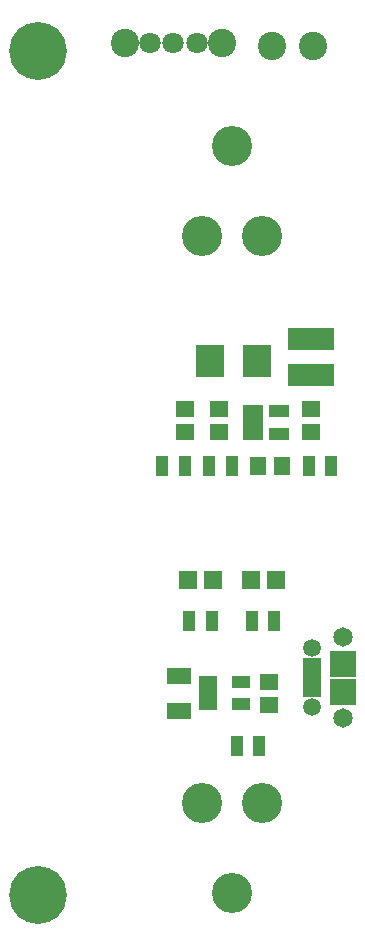
<source format=gts>
G04 #@! TF.GenerationSoftware,KiCad,Pcbnew,(2017-01-24 revision 0b6147e)-makepkg*
G04 #@! TF.CreationDate,2017-06-20T06:20:51-07:00*
G04 #@! TF.ProjectId,SolderSniffer9000,536F6C646572536E6966666572393030,rev?*
G04 #@! TF.FileFunction,Soldermask,Top*
G04 #@! TF.FilePolarity,Negative*
%FSLAX46Y46*%
G04 Gerber Fmt 4.6, Leading zero omitted, Abs format (unit mm)*
G04 Created by KiCad (PCBNEW (2017-01-24 revision 0b6147e)-makepkg) date 06/20/17 06:20:51*
%MOMM*%
%LPD*%
G01*
G04 APERTURE LIST*
%ADD10C,0.100000*%
%ADD11C,3.400000*%
%ADD12R,1.650000X1.400000*%
%ADD13R,2.000000X1.400000*%
%ADD14R,1.400000X1.650000*%
%ADD15R,4.000000X1.900000*%
%ADD16R,1.598880X1.598880*%
%ADD17C,2.400000*%
%ADD18R,1.100000X1.700000*%
%ADD19C,1.800000*%
%ADD20R,1.500000X1.000000*%
%ADD21R,1.800000X1.000000*%
%ADD22R,1.602740X0.652780*%
%ADD23R,2.299920X2.299920*%
%ADD24C,1.650006*%
%ADD25C,1.504000*%
%ADD26R,2.398980X2.701240*%
%ADD27C,4.900000*%
G04 APERTURE END LIST*
D10*
D11*
X156100000Y-110100000D03*
X151020000Y-110100000D03*
X153560000Y-117720000D03*
X156100000Y-62100000D03*
X151020000Y-62100000D03*
X153560000Y-54480000D03*
D12*
X156718000Y-101838000D03*
X156718000Y-99838000D03*
D13*
X149098000Y-102338000D03*
X149098000Y-99338000D03*
D12*
X160274000Y-78724000D03*
X160274000Y-76724000D03*
D14*
X157800000Y-81600000D03*
X155800000Y-81600000D03*
D12*
X149600000Y-76700000D03*
X149600000Y-78700000D03*
X152500000Y-78700000D03*
X152500000Y-76700000D03*
D15*
X160224000Y-70840000D03*
X160224000Y-73890000D03*
D16*
X157259020Y-91186000D03*
X155160980Y-91186000D03*
X149850980Y-91200000D03*
X151949020Y-91200000D03*
D17*
X156950000Y-46024000D03*
X160450000Y-46024000D03*
D18*
X157150000Y-94700000D03*
X155250000Y-94700000D03*
X151850000Y-94700000D03*
X149950000Y-94700000D03*
X153950000Y-105300000D03*
X155850000Y-105300000D03*
X160050000Y-81600000D03*
X161950000Y-81600000D03*
X147650000Y-81600000D03*
X149550000Y-81600000D03*
X153550000Y-81600000D03*
X151650000Y-81600000D03*
D17*
X152690000Y-45720000D03*
X144490000Y-45720000D03*
D19*
X148590000Y-45720000D03*
X150590000Y-45720000D03*
X146590000Y-45720000D03*
D20*
X151540000Y-101720000D03*
X151540000Y-100770000D03*
X151540000Y-99820000D03*
X154340000Y-99820000D03*
X154340000Y-101720000D03*
D21*
X155344000Y-78816000D03*
X155344000Y-77866000D03*
X155344000Y-76916000D03*
X157544000Y-78816000D03*
X157544000Y-76916000D03*
D22*
X160310000Y-100787940D03*
X160310000Y-100137700D03*
X160310000Y-99490000D03*
X160310000Y-98842300D03*
X160310000Y-98192060D03*
D23*
X162984620Y-100688880D03*
X162984620Y-98291120D03*
D24*
X162980000Y-102920000D03*
X162980000Y-96060000D03*
D25*
X160310000Y-96992060D03*
X160310000Y-101992060D03*
D26*
X151660860Y-72644000D03*
X155679140Y-72644000D03*
D27*
X137110000Y-46430000D03*
X137110000Y-117930000D03*
M02*

</source>
